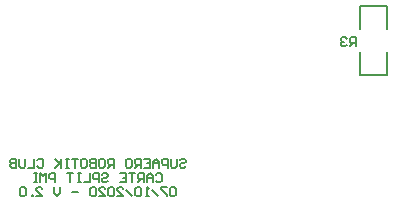
<source format=gbo>
G04 Layer_Color=32896*
%FSLAX25Y25*%
%MOIN*%
G70*
G01*
G75*
%ADD16C,0.00500*%
%ADD19C,0.00787*%
D16*
X155348Y20097D02*
X155848Y20597D01*
X156848D01*
X157348Y20097D01*
Y19597D01*
X156848Y19097D01*
X155848D01*
X155348Y18597D01*
Y18098D01*
X155848Y17598D01*
X156848D01*
X157348Y18098D01*
X154349Y20597D02*
Y18098D01*
X153849Y17598D01*
X152849D01*
X152349Y18098D01*
Y20597D01*
X151349Y17598D02*
Y20597D01*
X149850D01*
X149350Y20097D01*
Y19097D01*
X149850Y18597D01*
X151349D01*
X148351Y17598D02*
Y19597D01*
X147351Y20597D01*
X146351Y19597D01*
Y17598D01*
Y19097D01*
X148351D01*
X143352Y20597D02*
X145351D01*
Y17598D01*
X143352D01*
X145351Y19097D02*
X144352D01*
X142352Y17598D02*
Y20597D01*
X140853D01*
X140353Y20097D01*
Y19097D01*
X140853Y18597D01*
X142352D01*
X141353D02*
X140353Y17598D01*
X137854Y20597D02*
X138854D01*
X139353Y20097D01*
Y18098D01*
X138854Y17598D01*
X137854D01*
X137354Y18098D01*
Y20097D01*
X137854Y20597D01*
X133355Y17598D02*
Y20597D01*
X131856D01*
X131356Y20097D01*
Y19097D01*
X131856Y18597D01*
X133355D01*
X132356D02*
X131356Y17598D01*
X128857Y20597D02*
X129856D01*
X130356Y20097D01*
Y18098D01*
X129856Y17598D01*
X128857D01*
X128357Y18098D01*
Y20097D01*
X128857Y20597D01*
X127357D02*
Y17598D01*
X125858D01*
X125358Y18098D01*
Y18597D01*
X125858Y19097D01*
X127357D01*
X125858D01*
X125358Y19597D01*
Y20097D01*
X125858Y20597D01*
X127357D01*
X122859D02*
X123858D01*
X124358Y20097D01*
Y18098D01*
X123858Y17598D01*
X122859D01*
X122359Y18098D01*
Y20097D01*
X122859Y20597D01*
X121359D02*
X119360D01*
X120360D01*
Y17598D01*
X118360Y20597D02*
X117360D01*
X117860D01*
Y17598D01*
X118360D01*
X117360D01*
X115861Y20597D02*
Y17598D01*
Y18597D01*
X113862Y20597D01*
X115361Y19097D01*
X113862Y17598D01*
X107864Y20097D02*
X108363Y20597D01*
X109363D01*
X109863Y20097D01*
Y18098D01*
X109363Y17598D01*
X108363D01*
X107864Y18098D01*
X106864Y20597D02*
Y17598D01*
X104865D01*
X103865Y20597D02*
Y18098D01*
X103365Y17598D01*
X102365D01*
X101865Y18098D01*
Y20597D01*
X100866D02*
Y17598D01*
X99366D01*
X98866Y18098D01*
Y18597D01*
X99366Y19097D01*
X100866D01*
X99366D01*
X98866Y19597D01*
Y20097D01*
X99366Y20597D01*
X100866D01*
X147351Y15298D02*
X147851Y15798D01*
X148850D01*
X149350Y15298D01*
Y13299D01*
X148850Y12799D01*
X147851D01*
X147351Y13299D01*
X146351Y12799D02*
Y14798D01*
X145351Y15798D01*
X144352Y14798D01*
Y12799D01*
Y14298D01*
X146351D01*
X143352Y12799D02*
Y15798D01*
X141853D01*
X141353Y15298D01*
Y14298D01*
X141853Y13799D01*
X143352D01*
X142352D02*
X141353Y12799D01*
X140353Y15798D02*
X138354D01*
X139353D01*
Y12799D01*
X135355Y15798D02*
X137354D01*
Y12799D01*
X135355D01*
X137354Y14298D02*
X136354D01*
X129357Y15298D02*
X129856Y15798D01*
X130856D01*
X131356Y15298D01*
Y14798D01*
X130856Y14298D01*
X129856D01*
X129357Y13799D01*
Y13299D01*
X129856Y12799D01*
X130856D01*
X131356Y13299D01*
X128357Y12799D02*
Y15798D01*
X126857D01*
X126358Y15298D01*
Y14298D01*
X126857Y13799D01*
X128357D01*
X125358Y15798D02*
Y12799D01*
X123359D01*
X122359Y15798D02*
X121359D01*
X121859D01*
Y12799D01*
X122359D01*
X121359D01*
X119860Y15798D02*
X117860D01*
X118860D01*
Y12799D01*
X113862D02*
Y15798D01*
X112362D01*
X111862Y15298D01*
Y14298D01*
X112362Y13799D01*
X113862D01*
X110863Y12799D02*
Y15798D01*
X109863Y14798D01*
X108863Y15798D01*
Y12799D01*
X107864Y15798D02*
X106864D01*
X107364D01*
Y12799D01*
X107864D01*
X106864D01*
X154099Y10499D02*
X153599Y10999D01*
X152599D01*
X152099Y10499D01*
Y8500D01*
X152599Y8000D01*
X153599D01*
X154099Y8500D01*
Y10499D01*
X151100Y10999D02*
X149100D01*
Y10499D01*
X151100Y8500D01*
Y8000D01*
X148100D02*
X146101Y9999D01*
X145101Y8000D02*
X144102D01*
X144602D01*
Y10999D01*
X145101Y10499D01*
X142602D02*
X142103Y10999D01*
X141103D01*
X140603Y10499D01*
Y8500D01*
X141103Y8000D01*
X142103D01*
X142602Y8500D01*
Y10499D01*
X139603Y8000D02*
X137604Y9999D01*
X134605Y8000D02*
X136604D01*
X134605Y9999D01*
Y10499D01*
X135105Y10999D01*
X136104D01*
X136604Y10499D01*
X133605D02*
X133105Y10999D01*
X132106D01*
X131606Y10499D01*
Y8500D01*
X132106Y8000D01*
X133105D01*
X133605Y8500D01*
Y10499D01*
X128607Y8000D02*
X130606D01*
X128607Y9999D01*
Y10499D01*
X129107Y10999D01*
X130106D01*
X130606Y10499D01*
X127607D02*
X127107Y10999D01*
X126108D01*
X125608Y10499D01*
Y8500D01*
X126108Y8000D01*
X127107D01*
X127607Y8500D01*
Y10499D01*
X121609Y9499D02*
X119610D01*
X115611Y10999D02*
Y9000D01*
X114611Y8000D01*
X113612Y9000D01*
Y10999D01*
X107614Y8000D02*
X109613D01*
X107614Y9999D01*
Y10499D01*
X108114Y10999D01*
X109113D01*
X109613Y10499D01*
X106614Y8000D02*
Y8500D01*
X106114D01*
Y8000D01*
X106614D01*
X104115Y10499D02*
X103615Y10999D01*
X102615D01*
X102115Y10499D01*
Y8500D01*
X102615Y8000D01*
X103615D01*
X104115Y8500D01*
Y10499D01*
X214000Y58000D02*
Y60999D01*
X212501D01*
X212001Y60499D01*
Y59500D01*
X212501Y59000D01*
X214000D01*
X213000D02*
X212001Y58000D01*
X211001Y60499D02*
X210501Y60999D01*
X209502D01*
X209002Y60499D01*
Y59999D01*
X209502Y59500D01*
X210001D01*
X209502D01*
X209002Y59000D01*
Y58500D01*
X209502Y58000D01*
X210501D01*
X211001Y58500D01*
D19*
X224500Y48610D02*
Y56110D01*
X215500Y48610D02*
X224500D01*
X215500D02*
Y56110D01*
X224500Y63890D02*
Y71390D01*
X215500D02*
X224500D01*
X215500Y63890D02*
Y71390D01*
M02*

</source>
